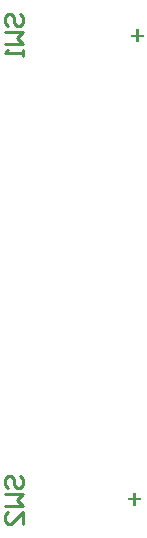
<source format=gbo>
G04 Layer_Color=32896*
%FSAX24Y24*%
%MOIN*%
G70*
G01*
G75*
%ADD18C,0.0100*%
G36*
X015576Y030503D02*
X015750D01*
Y030429D01*
X015576D01*
Y030253D01*
X015502D01*
Y030429D01*
X015327D01*
Y030503D01*
X015502D01*
Y030677D01*
X015576D01*
Y030503D01*
D02*
G37*
G36*
X015476Y015053D02*
X015650D01*
Y014979D01*
X015476D01*
Y014803D01*
X015402D01*
Y014979D01*
X015227D01*
Y015053D01*
X015402D01*
Y015227D01*
X015476D01*
Y015053D01*
D02*
G37*
D18*
X011220Y015400D02*
X011120Y015500D01*
Y015700D01*
X011220Y015800D01*
X011320D01*
X011420Y015700D01*
Y015500D01*
X011520Y015400D01*
X011620D01*
X011720Y015500D01*
Y015700D01*
X011620Y015800D01*
X011120Y015200D02*
X011720D01*
X011520Y015000D01*
X011720Y014800D01*
X011120D01*
X011720Y014201D02*
Y014600D01*
X011320Y014201D01*
X011220D01*
X011120Y014300D01*
Y014500D01*
X011220Y014600D01*
Y030800D02*
X011120Y030900D01*
Y031100D01*
X011220Y031200D01*
X011320D01*
X011420Y031100D01*
Y030900D01*
X011520Y030800D01*
X011620D01*
X011720Y030900D01*
Y031100D01*
X011620Y031200D01*
X011120Y030600D02*
X011720D01*
X011520Y030400D01*
X011720Y030200D01*
X011120D01*
X011720Y030000D02*
Y029800D01*
Y029900D01*
X011120D01*
X011220Y030000D01*
M02*

</source>
